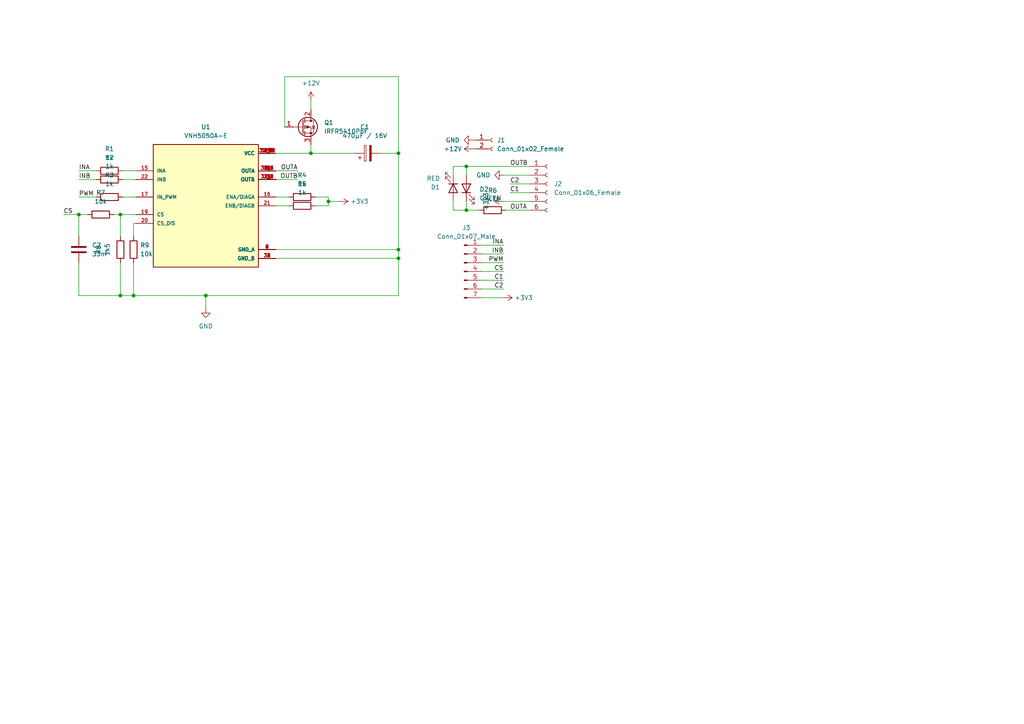
<source format=kicad_sch>
(kicad_sch (version 20211123) (generator eeschema)
  (paper "A4")
  (lib_symbols
    (symbol "Connector:Conn_01x02_Female" (pin_names (offset 1.016) hide)
      (property "Reference" "J" (at 0 2.54 0))
      (property "Value" "Conn_01x02_Female" (at 0 -5.08 0))
      (symbol "Conn_01x02_Female_1_1"
        (arc (start 0 -2.032) (mid -0.508 -2.54) (end 0 -3.048) (stroke (width 0.1524)))
        (polyline (pts (xy -1.27 -2.54) (xy -0.508 -2.54)) (stroke (width 0.1524)))
        (polyline (pts (xy -1.27 0) (xy -0.508 0)) (stroke (width 0.1524)))
        (arc (start 0 0.508) (mid -0.508 0) (end 0 -0.508) (stroke (width 0.1524)))
        (pin passive line (at -5.08 0 0) (length 3.81) (name "Pin_1") (number "1"))
        (pin passive line (at -5.08 -2.54 0) (length 3.81) (name "Pin_2") (number "2"))
      )
    )
    (symbol "Connector:Conn_01x06_Female" (pin_names (offset 1.016) hide)
      (property "Reference" "J" (at 0 7.62 0))
      (property "Value" "Conn_01x06_Female" (at 0 -10.16 0))
      (symbol "Conn_01x06_Female_1_1"
        (arc (start 0 -7.112) (mid -0.508 -7.62) (end 0 -8.128) (stroke (width 0.1524)))
        (arc (start 0 -4.572) (mid -0.508 -5.08) (end 0 -5.588) (stroke (width 0.1524)))
        (arc (start 0 -2.032) (mid -0.508 -2.54) (end 0 -3.048) (stroke (width 0.1524)))
        (polyline (pts (xy -1.27 -7.62) (xy -0.508 -7.62)) (stroke (width 0.1524)))
        (polyline (pts (xy -1.27 -5.08) (xy -0.508 -5.08)) (stroke (width 0.1524)))
        (polyline (pts (xy -1.27 -2.54) (xy -0.508 -2.54)) (stroke (width 0.1524)))
        (polyline (pts (xy -1.27 0) (xy -0.508 0)) (stroke (width 0.1524)))
        (polyline (pts (xy -1.27 2.54) (xy -0.508 2.54)) (stroke (width 0.1524)))
        (polyline (pts (xy -1.27 5.08) (xy -0.508 5.08)) (stroke (width 0.1524)))
        (arc (start 0 0.508) (mid -0.508 0) (end 0 -0.508) (stroke (width 0.1524)))
        (arc (start 0 3.048) (mid -0.508 2.54) (end 0 2.032) (stroke (width 0.1524)))
        (arc (start 0 5.588) (mid -0.508 5.08) (end 0 4.572) (stroke (width 0.1524)))
        (pin passive line (at -5.08 5.08 0) (length 3.81) (name "Pin_1") (number "1"))
        (pin passive line (at -5.08 2.54 0) (length 3.81) (name "Pin_2") (number "2"))
        (pin passive line (at -5.08 0 0) (length 3.81) (name "Pin_3") (number "3"))
        (pin passive line (at -5.08 -2.54 0) (length 3.81) (name "Pin_4") (number "4"))
        (pin passive line (at -5.08 -5.08 0) (length 3.81) (name "Pin_5") (number "5"))
        (pin passive line (at -5.08 -7.62 0) (length 3.81) (name "Pin_6") (number "6"))
      )
    )
    (symbol "Connector:Conn_01x07_Male" (pin_names (offset 1.016) hide)
      (property "Reference" "J" (at 0 10.16 0))
      (property "Value" "Conn_01x07_Male" (at 0 -10.16 0))
      (symbol "Conn_01x07_Male_1_1"
        (polyline (pts (xy 1.27 -7.62) (xy 0.8636 -7.62)) (stroke (width 0.1524)))
        (polyline (pts (xy 1.27 -5.08) (xy 0.8636 -5.08)) (stroke (width 0.1524)))
        (polyline (pts (xy 1.27 -2.54) (xy 0.8636 -2.54)) (stroke (width 0.1524)))
        (polyline (pts (xy 1.27 0) (xy 0.8636 0)) (stroke (width 0.1524)))
        (polyline (pts (xy 1.27 2.54) (xy 0.8636 2.54)) (stroke (width 0.1524)))
        (polyline (pts (xy 1.27 5.08) (xy 0.8636 5.08)) (stroke (width 0.1524)))
        (polyline (pts (xy 1.27 7.62) (xy 0.8636 7.62)) (stroke (width 0.1524)))
        (rectangle (start 0.8636 -7.493) (end 0 -7.747) (stroke (width 0.1524)) (fill (type outline)))
        (rectangle (start 0.8636 -4.953) (end 0 -5.207) (stroke (width 0.1524)) (fill (type outline)))
        (rectangle (start 0.8636 -2.413) (end 0 -2.667) (stroke (width 0.1524)) (fill (type outline)))
        (rectangle (start 0.8636 0.127) (end 0 -0.127) (stroke (width 0.1524)) (fill (type outline)))
        (rectangle (start 0.8636 2.667) (end 0 2.413) (stroke (width 0.1524)) (fill (type outline)))
        (rectangle (start 0.8636 5.207) (end 0 4.953) (stroke (width 0.1524)) (fill (type outline)))
        (rectangle (start 0.8636 7.747) (end 0 7.493) (stroke (width 0.1524)) (fill (type outline)))
        (pin passive line (at 5.08 7.62 180) (length 3.81) (name "Pin_1") (number "1"))
        (pin passive line (at 5.08 5.08 180) (length 3.81) (name "Pin_2") (number "2"))
        (pin passive line (at 5.08 2.54 180) (length 3.81) (name "Pin_3") (number "3"))
        (pin passive line (at 5.08 0 180) (length 3.81) (name "Pin_4") (number "4"))
        (pin passive line (at 5.08 -2.54 180) (length 3.81) (name "Pin_5") (number "5"))
        (pin passive line (at 5.08 -5.08 180) (length 3.81) (name "Pin_6") (number "6"))
        (pin passive line (at 5.08 -7.62 180) (length 3.81) (name "Pin_7") (number "7"))
      )
    )
    (symbol "Device:C" (pin_numbers hide) (pin_names (offset 0.254))
      (property "Reference" "C" (at 0.635 2.54 0))
      (property "Value" "C" (at 0.635 -2.54 0))
      (symbol "C_0_1"
        (polyline (pts (xy -2.032 -0.762) (xy 2.032 -0.762)) (stroke (width 0.508)))
        (polyline (pts (xy -2.032 0.762) (xy 2.032 0.762)) (stroke (width 0.508)))
      )
      (symbol "C_1_1"
        (pin passive line (at 0 3.81 270) (length 2.794) (name "~") (number "1"))
        (pin passive line (at 0 -3.81 90) (length 2.794) (name "~") (number "2"))
      )
    )
    (symbol "Device:C_Polarized" (pin_numbers hide) (pin_names (offset 0.254))
      (property "Reference" "C" (at 0.635 2.54 0))
      (property "Value" "C_Polarized" (at 0.635 -2.54 0))
      (symbol "C_Polarized_0_1"
        (rectangle (start -2.286 0.508) (end 2.286 1.016))
        (polyline (pts (xy -1.778 2.286) (xy -0.762 2.286)))
        (polyline (pts (xy -1.27 2.794) (xy -1.27 1.778)))
        (rectangle (start 2.286 -0.508) (end -2.286 -1.016) (fill (type outline)))
      )
      (symbol "C_Polarized_1_1"
        (pin passive line (at 0 3.81 270) (length 2.794) (name "~") (number "1"))
        (pin passive line (at 0 -3.81 90) (length 2.794) (name "~") (number "2"))
      )
    )
    (symbol "Device:LED" (pin_numbers hide) (pin_names (offset 1.016) hide)
      (property "Reference" "D" (at 0 2.54 0))
      (property "Value" "LED" (at 0 -2.54 0))
      (symbol "LED_0_1"
        (polyline (pts (xy -1.27 -1.27) (xy -1.27 1.27)) (stroke (width 0.254)))
        (polyline (pts (xy -1.27 0) (xy 1.27 0)))
        (polyline (pts (xy 1.27 -1.27) (xy 1.27 1.27) (xy -1.27 0) (xy 1.27 -1.27)) (stroke (width 0.254)))
        (polyline (pts (xy -3.048 -0.762) (xy -4.572 -2.286) (xy -3.81 -2.286) (xy -4.572 -2.286) (xy -4.572 -1.524)))
        (polyline (pts (xy -1.778 -0.762) (xy -3.302 -2.286) (xy -2.54 -2.286) (xy -3.302 -2.286) (xy -3.302 -1.524)))
      )
      (symbol "LED_1_1"
        (pin passive line (at -3.81 0 0) (length 2.54) (name "K") (number "1"))
        (pin passive line (at 3.81 0 180) (length 2.54) (name "A") (number "2"))
      )
    )
    (symbol "Device:Q_PMOS_GDS" (pin_names (offset 0) hide)
      (property "Reference" "Q" (at 5.08 1.27 0))
      (property "Value" "Q_PMOS_GDS" (at 5.08 -1.27 0))
      (symbol "Q_PMOS_GDS_0_1"
        (polyline (pts (xy 0.254 0) (xy -2.54 0)))
        (polyline (pts (xy 0.254 1.905) (xy 0.254 -1.905)) (stroke (width 0.254)))
        (polyline (pts (xy 0.762 -1.27) (xy 0.762 -2.286)) (stroke (width 0.254)))
        (polyline (pts (xy 0.762 0.508) (xy 0.762 -0.508)) (stroke (width 0.254)))
        (polyline (pts (xy 0.762 2.286) (xy 0.762 1.27)) (stroke (width 0.254)))
        (polyline (pts (xy 2.54 2.54) (xy 2.54 1.778)))
        (polyline (pts (xy 2.54 -2.54) (xy 2.54 0) (xy 0.762 0)))
        (polyline (pts (xy 0.762 1.778) (xy 3.302 1.778) (xy 3.302 -1.778) (xy 0.762 -1.778)))
        (polyline (pts (xy 2.286 0) (xy 1.27 0.381) (xy 1.27 -0.381) (xy 2.286 0)) (fill (type outline)))
        (polyline (pts (xy 2.794 -0.508) (xy 2.921 -0.381) (xy 3.683 -0.381) (xy 3.81 -0.254)))
        (polyline (pts (xy 3.302 -0.381) (xy 2.921 0.254) (xy 3.683 0.254) (xy 3.302 -0.381)))
        (circle (center 1.651 0) (radius 2.794) (stroke (width 0.254)))
        (circle (center 2.54 -1.778) (radius 0.254) (fill (type outline)))
        (circle (center 2.54 1.778) (radius 0.254) (fill (type outline)))
      )
      (symbol "Q_PMOS_GDS_1_1"
        (pin input line (at -5.08 0 0) (length 2.54) (name "G") (number "1"))
        (pin passive line (at 2.54 5.08 270) (length 2.54) (name "D") (number "2"))
        (pin passive line (at 2.54 -5.08 90) (length 2.54) (name "S") (number "3"))
      )
    )
    (symbol "Device:R" (pin_numbers hide) (pin_names (offset 0))
      (property "Reference" "R" (at 2.032 0 90))
      (property "Value" "R" (at 0 0 90))
      (symbol "R_0_1"
        (rectangle (start -1.016 -2.54) (end 1.016 2.54) (stroke (width 0.254)))
      )
      (symbol "R_1_1"
        (pin passive line (at 0 3.81 270) (length 1.27) (name "~") (number "1"))
        (pin passive line (at 0 -3.81 90) (length 1.27) (name "~") (number "2"))
      )
    )
    (symbol "VNH5050A-E:VNH5050A-E" (pin_names (offset 1.016))
      (property "Reference" "U" (at -15.24 17.78 0))
      (property "Value" "VNH5050A-E" (at -15.24 -20.32 0))
      (symbol "VNH5050A-E_0_0"
        (rectangle (start -15.24 -17.78) (end 15.24 17.78) (stroke (width 0.254)) (fill (type background)))
        (pin power_in line (at 20.32 -12.7 180) (length 5.08) (name "GND_A") (number "1"))
        (pin output line (at 20.32 10.16 180) (length 5.08) (name "OUTA") (number "10"))
        (pin output line (at 20.32 10.16 180) (length 5.08) (name "OUTA") (number "11"))
        (pin output line (at 20.32 10.16 180) (length 5.08) (name "OUTA") (number "12"))
        (pin power_in line (at 20.32 15.24 180) (length 5.08) (name "VCC") (number "13"))
        (pin output line (at 20.32 10.16 180) (length 5.08) (name "OUTA") (number "14"))
        (pin input line (at -20.32 10.16 0) (length 5.08) (name "INA") (number "15"))
        (pin output line (at 20.32 2.54 180) (length 5.08) (name "ENA/DIAGA") (number "16"))
        (pin input line (at -20.32 2.54 0) (length 5.08) (name "IN_PWM") (number "17"))
        (pin output line (at -20.32 -2.54 0) (length 5.08) (name "CS") (number "19"))
        (pin output line (at 20.32 10.16 180) (length 5.08) (name "OUTA") (number "2"))
        (pin input line (at -20.32 -5.08 0) (length 5.08) (name "CS_DIS") (number "20"))
        (pin output line (at 20.32 0 180) (length 5.08) (name "ENB/DIAGB") (number "21"))
        (pin input line (at -20.32 7.62 0) (length 5.08) (name "INB") (number "22"))
        (pin output line (at 20.32 7.62 180) (length 5.08) (name "OUTB") (number "23"))
        (pin power_in line (at 20.32 15.24 180) (length 5.08) (name "VCC") (number "24"))
        (pin output line (at 20.32 7.62 180) (length 5.08) (name "OUTB") (number "25"))
        (pin output line (at 20.32 7.62 180) (length 5.08) (name "OUTB") (number "26"))
        (pin output line (at 20.32 7.62 180) (length 5.08) (name "OUTB") (number "27"))
        (pin output line (at 20.32 7.62 180) (length 5.08) (name "OUTB") (number "28"))
        (pin output line (at 20.32 7.62 180) (length 5.08) (name "OUTB") (number "29"))
        (pin power_in line (at 20.32 -12.7 180) (length 5.08) (name "GND_A") (number "3"))
        (pin power_in line (at 20.32 -15.24 180) (length 5.08) (name "GND_B") (number "30"))
        (pin power_in line (at 20.32 -15.24 180) (length 5.08) (name "GND_B") (number "31"))
        (pin power_in line (at 20.32 -15.24 180) (length 5.08) (name "GND_B") (number "32"))
        (pin power_in line (at 20.32 -15.24 180) (length 5.08) (name "GND_B") (number "33"))
        (pin power_in line (at 20.32 -15.24 180) (length 5.08) (name "GND_B") (number "34"))
        (pin output line (at 20.32 7.62 180) (length 5.08) (name "OUTB") (number "35"))
        (pin power_in line (at 20.32 -15.24 180) (length 5.08) (name "GND_B") (number "36"))
        (pin output line (at 20.32 7.62 180) (length 5.08) (name "OUTB") (number "37"))
        (pin output line (at 20.32 7.62 180) (length 5.08) (name "OUTB") (number "37_1"))
        (pin output line (at 20.32 7.62 180) (length 5.08) (name "OUTB") (number "37_2"))
        (pin output line (at 20.32 7.62 180) (length 5.08) (name "OUTB") (number "37_3"))
        (pin output line (at 20.32 7.62 180) (length 5.08) (name "OUTB") (number "37_4"))
        (pin output line (at 20.32 7.62 180) (length 5.08) (name "OUTB") (number "37_5"))
        (pin output line (at 20.32 7.62 180) (length 5.08) (name "OUTB") (number "37_6"))
        (pin output line (at 20.32 10.16 180) (length 5.08) (name "OUTA") (number "38"))
        (pin output line (at 20.32 10.16 180) (length 5.08) (name "OUTA") (number "38_1"))
        (pin output line (at 20.32 10.16 180) (length 5.08) (name "OUTA") (number "38_2"))
        (pin output line (at 20.32 10.16 180) (length 5.08) (name "OUTA") (number "38_3"))
        (pin output line (at 20.32 10.16 180) (length 5.08) (name "OUTA") (number "38_4"))
        (pin output line (at 20.32 10.16 180) (length 5.08) (name "OUTA") (number "38_5"))
        (pin output line (at 20.32 10.16 180) (length 5.08) (name "OUTA") (number "38_6"))
        (pin power_in line (at 20.32 15.24 180) (length 5.08) (name "VCC") (number "39"))
        (pin power_in line (at 20.32 15.24 180) (length 5.08) (name "VCC") (number "39_1"))
        (pin power_in line (at 20.32 15.24 180) (length 5.08) (name "VCC") (number "39_10"))
        (pin power_in line (at 20.32 15.24 180) (length 5.08) (name "VCC") (number "39_11"))
        (pin power_in line (at 20.32 15.24 180) (length 5.08) (name "VCC") (number "39_12"))
        (pin power_in line (at 20.32 15.24 180) (length 5.08) (name "VCC") (number "39_2"))
        (pin power_in line (at 20.32 15.24 180) (length 5.08) (name "VCC") (number "39_3"))
        (pin power_in line (at 20.32 15.24 180) (length 5.08) (name "VCC") (number "39_4"))
        (pin power_in line (at 20.32 15.24 180) (length 5.08) (name "VCC") (number "39_5"))
        (pin power_in line (at 20.32 15.24 180) (length 5.08) (name "VCC") (number "39_6"))
        (pin power_in line (at 20.32 15.24 180) (length 5.08) (name "VCC") (number "39_7"))
        (pin power_in line (at 20.32 15.24 180) (length 5.08) (name "VCC") (number "39_8"))
        (pin power_in line (at 20.32 15.24 180) (length 5.08) (name "VCC") (number "39_9"))
        (pin power_in line (at 20.32 -12.7 180) (length 5.08) (name "GND_A") (number "4"))
        (pin power_in line (at 20.32 -12.7 180) (length 5.08) (name "GND_A") (number "5"))
        (pin power_in line (at 20.32 -12.7 180) (length 5.08) (name "GND_A") (number "6"))
        (pin power_in line (at 20.32 -12.7 180) (length 5.08) (name "GND_A") (number "7"))
        (pin output line (at 20.32 10.16 180) (length 5.08) (name "OUTA") (number "8"))
        (pin output line (at 20.32 10.16 180) (length 5.08) (name "OUTA") (number "9"))
      )
    )
    (symbol "power:+12V" (power) (pin_names (offset 0))
      (property "Value" "+12V" (at 0 3.556 0))
      (symbol "+12V_0_1"
        (polyline (pts (xy -0.762 1.27) (xy 0 2.54)))
        (polyline (pts (xy 0 0) (xy 0 2.54)))
        (polyline (pts (xy 0 2.54) (xy 0.762 1.27)))
      )
      (symbol "+12V_1_1"
        (pin power_in line (at 0 0 90) (length 0) hide (name "+12V") (number "1"))
      )
    )
    (symbol "power:+3V3" (power) (pin_names (offset 0))
      (property "Value" "+3V3" (at 0 3.556 0))
      (symbol "+3V3_0_1"
        (polyline (pts (xy -0.762 1.27) (xy 0 2.54)))
        (polyline (pts (xy 0 0) (xy 0 2.54)))
        (polyline (pts (xy 0 2.54) (xy 0.762 1.27)))
      )
      (symbol "+3V3_1_1"
        (pin power_in line (at 0 0 90) (length 0) hide (name "+3V3") (number "1"))
      )
    )
    (symbol "power:GND" (power) (pin_names (offset 0))
      (property "Value" "GND" (at 0 -3.81 0))
      (symbol "GND_0_1"
        (polyline (pts (xy 0 0) (xy 0 -1.27) (xy 1.27 -1.27) (xy 0 -2.54) (xy -1.27 -1.27) (xy 0 -1.27)))
      )
      (symbol "GND_1_1"
        (pin power_in line (at 0 0 270) (length 0) hide (name "GND") (number "1"))
      )
    )
  )
  (junction (at 22.86 62.23))
  (junction (at 115.57 72.39))
  (junction (at 115.57 44.45))
  (junction (at 90.17 44.45))
  (junction (at 115.57 74.93))
  (junction (at 135.255 60.96))
  (junction (at 135.255 48.26))
  (junction (at 95.25 58.42))
  (junction (at 38.735 85.725))
  (junction (at 59.69 85.725))
  (junction (at 34.925 62.23))
  (junction (at 34.925 85.725))
  (wire (pts (xy 115.57 44.45) (xy 115.57 72.39)))
  (wire (pts (xy 137.16 43.18) (xy 137.795 43.18)))
  (wire (pts (xy 135.255 58.42) (xy 135.255 60.96)))
  (wire (pts (xy 25.4 62.23) (xy 22.86 62.23)))
  (wire (pts (xy 115.57 72.39) (xy 115.57 74.93)))
  (wire (pts (xy 153.67 55.88) (xy 147.955 55.88)))
  (wire (pts (xy 18.415 62.23) (xy 22.86 62.23)))
  (wire (pts (xy 115.57 22.225) (xy 115.57 44.45)))
  (wire (pts (xy 90.17 44.45) (xy 102.87 44.45)))
  (wire (pts (xy 91.44 57.15) (xy 95.25 57.15)))
  (wire (pts (xy 131.445 48.26) (xy 135.255 48.26)))
  (wire (pts (xy 95.25 58.42) (xy 95.25 59.69)))
  (wire (pts (xy 80.01 57.15) (xy 83.82 57.15)))
  (wire (pts (xy 59.69 85.725) (xy 115.57 85.725)))
  (wire (pts (xy 135.255 48.26) (xy 135.255 50.8)))
  (wire (pts (xy 80.01 72.39) (xy 115.57 72.39)))
  (wire (pts (xy 139.7 86.36) (xy 146.05 86.36)))
  (wire (pts (xy 110.49 44.45) (xy 115.57 44.45)))
  (wire (pts (xy 35.56 57.15) (xy 39.37 57.15)))
  (wire (pts (xy 35.56 49.53) (xy 39.37 49.53)))
  (wire (pts (xy 139.7 76.2) (xy 146.05 76.2)))
  (wire (pts (xy 82.55 22.225) (xy 115.57 22.225)))
  (wire (pts (xy 80.01 59.69) (xy 83.82 59.69)))
  (wire (pts (xy 95.25 58.42) (xy 98.425 58.42)))
  (wire (pts (xy 34.925 62.23) (xy 34.925 68.58)))
  (wire (pts (xy 131.445 48.26) (xy 131.445 50.8)))
  (wire (pts (xy 82.55 22.225) (xy 82.55 36.83)))
  (wire (pts (xy 137.16 40.64) (xy 137.795 40.64)))
  (wire (pts (xy 38.735 64.77) (xy 38.735 68.58)))
  (wire (pts (xy 80.01 49.53) (xy 86.36 49.53)))
  (wire (pts (xy 91.44 59.69) (xy 95.25 59.69)))
  (wire (pts (xy 34.925 76.2) (xy 34.925 85.725)))
  (wire (pts (xy 90.17 41.91) (xy 90.17 44.45)))
  (wire (pts (xy 80.01 52.07) (xy 86.36 52.07)))
  (wire (pts (xy 22.86 52.07) (xy 27.94 52.07)))
  (wire (pts (xy 139.7 71.12) (xy 146.05 71.12)))
  (wire (pts (xy 39.37 64.77) (xy 38.735 64.77)))
  (wire (pts (xy 131.445 60.96) (xy 131.445 58.42)))
  (wire (pts (xy 38.735 76.2) (xy 38.735 85.725)))
  (wire (pts (xy 146.05 50.8) (xy 153.67 50.8)))
  (wire (pts (xy 135.255 48.26) (xy 153.67 48.26)))
  (wire (pts (xy 95.25 57.15) (xy 95.25 58.42)))
  (wire (pts (xy 153.67 53.34) (xy 147.955 53.34)))
  (wire (pts (xy 146.685 60.96) (xy 153.67 60.96)))
  (wire (pts (xy 38.735 85.725) (xy 59.69 85.725)))
  (wire (pts (xy 139.7 83.82) (xy 146.05 83.82)))
  (wire (pts (xy 139.7 78.74) (xy 146.05 78.74)))
  (wire (pts (xy 34.925 85.725) (xy 38.735 85.725)))
  (wire (pts (xy 80.01 44.45) (xy 90.17 44.45)))
  (wire (pts (xy 131.445 60.96) (xy 135.255 60.96)))
  (wire (pts (xy 135.255 60.96) (xy 139.065 60.96)))
  (wire (pts (xy 34.925 62.23) (xy 33.02 62.23)))
  (wire (pts (xy 22.86 85.725) (xy 34.925 85.725)))
  (wire (pts (xy 80.01 74.93) (xy 115.57 74.93)))
  (wire (pts (xy 22.86 76.2) (xy 22.86 85.725)))
  (wire (pts (xy 22.86 49.53) (xy 27.94 49.53)))
  (wire (pts (xy 139.7 73.66) (xy 146.05 73.66)))
  (wire (pts (xy 146.05 58.42) (xy 153.67 58.42)))
  (wire (pts (xy 139.7 81.28) (xy 146.05 81.28)))
  (wire (pts (xy 35.56 52.07) (xy 39.37 52.07)))
  (wire (pts (xy 22.86 62.23) (xy 22.86 68.58)))
  (wire (pts (xy 22.86 57.15) (xy 27.94 57.15)))
  (wire (pts (xy 115.57 85.725) (xy 115.57 74.93)))
  (wire (pts (xy 90.17 29.21) (xy 90.17 31.75)))
  (wire (pts (xy 59.69 85.725) (xy 59.69 89.535)))
  (wire (pts (xy 39.37 62.23) (xy 34.925 62.23)))
  (label "INB" (at 22.86 52.07 0))
  (label "PWM" (at 22.86 57.15 0))
  (label "OUTB" (at 147.955 48.26 0))
  (label "OUTA" (at 147.955 60.96 0))
  (label "INA" (at 22.86 49.53 0))
  (label "INB" (at 146.05 73.66 180))
  (label "C1" (at 146.05 81.28 180))
  (label "PWM" (at 146.05 76.2 180))
  (label "CS" (at 18.415 62.23 0))
  (label "INA" (at 146.05 71.12 180))
  (label "OUTA" (at 86.36 49.53 180))
  (label "C2" (at 146.05 83.82 180))
  (label "C1" (at 147.955 55.88 0))
  (label "CS" (at 146.05 78.74 180))
  (label "OUTB" (at 86.36 52.07 180))
  (label "C2" (at 147.955 53.34 0))
  (symbol (lib_id "Device:LED") (at 135.255 54.61 90) (unit 1)
    (property "Reference" "D2" (at 139.065 54.9274 90) (effects (justify right)))
    (property "Value" "GREEN" (at 139.065 57.4674 90) (effects (justify right)))
    (property "Footprint" "Diode_SMD:D_0603_1608Metric" (effects hide))
  )
  (symbol (lib_id "Device:R") (at 31.75 49.53 90) (unit 1)
    (property "Reference" "R1" (at 31.75 43.18 90))
    (property "Value" "1k" (at 31.75 45.72 90))
    (property "Footprint" "Resistor_SMD:R_0603_1608Metric" (effects hide))
  )
  (symbol (lib_id "Device:R") (at 87.63 57.15 90) (unit 1)
    (property "Reference" "R4" (at 87.63 50.8 90))
    (property "Value" "1k" (at 87.63 53.34 90))
    (property "Footprint" "Resistor_SMD:R_0603_1608Metric" (effects hide))
  )
  (symbol (lib_id "Connector:Conn_01x06_Female") (at 158.75 53.34 0) (unit 1)
    (property "Reference" "J2" (at 160.655 53.3399 0) (effects (justify left)))
    (property "Value" "Conn_01x06_Female" (at 160.655 55.8799 0) (effects (justify left)))
    (property "Footprint" "Connector_JST:JST_PH_S6B-PH-K_1x06_P2.00mm_Horizontal" (effects hide))
  )
  (symbol (lib_id "Connector:Conn_01x02_Female") (at 142.875 40.64 0) (unit 1)
    (property "Reference" "J1" (at 144.145 40.6399 0) (effects (justify left)))
    (property "Value" "Conn_01x02_Female" (at 144.145 43.1799 0) (effects (justify left)))
    (property "Footprint" "Connector_AMASS:AMASS_XT30UPB-F_1x02_P5.0mm_Vertical" (effects hide))
  )
  (symbol (lib_id "Device:Q_PMOS_GDS") (at 87.63 36.83 0) (unit 1)
    (property "Reference" "Q1" (at 93.98 35.5599 0) (effects (justify left)))
    (property "Value" "IRFR5410PbF" (at 93.98 38.0999 0) (effects (justify left)))
    (property "Footprint" "Package_TO_SOT_SMD:TO-252-2" (effects hide))
  )
  (symbol (lib_id "Device:R") (at 34.925 72.39 180) (unit 1)
    (property "Reference" "R8" (at 28.575 72.39 90))
    (property "Value" "1k5" (at 31.115 72.39 90))
    (property "Footprint" "Resistor_SMD:R_0603_1608Metric" (effects hide))
  )
  (symbol (lib_id "power:+3V3") (at 146.05 58.42 90) (unit 1)
    (property "Reference" "#PWR06" (effects hide))
    (property "Value" "+3V3" (at 140.97 58.42 0))
  )
  (symbol (lib_id "VNH5050A-E:VNH5050A-E") (at 59.69 59.69 0) (unit 1)
    (property "Reference" "U1" (at 59.69 36.83 0))
    (property "Value" "VNH5050A-E" (at 59.69 39.37 0))
    (property "Footprint" "VNH5050A-E:SOP50P1030X247-39N" (effects hide))
    (property "L_MAX" "1.0" (effects hide))
    (property "L_NOM" "0.8" (effects hide))
    (property "E_MAX" "10.5" (effects hide))
    (property "L_MIN" "0.6" (effects hide))
    (property "E1_MAX" "7.6" (effects hide))
    (property "A_MIN" "2.47" (effects hide))
    (property "PIN_COUNT" "36.0" (effects hide))
    (property "A1_MIN" "0.0" (effects hide))
    (property "E2_MAX" "0.0" (effects hide))
    (property "E1_MIN" "7.4" (effects hide))
    (property "STANDARD" "IPC 7351B" (effects hide))
    (property "PARTREV" "1.0" (effects hide))
    (property "B_NOM" "0.27" (effects hide))
    (property "B_MAX" "0.36" (effects hide))
    (property "MANUFACTURER" "ST Microelectronics" (effects hide))
    (property "E_NOM" "10.3" (effects hide))
    (property "E_MIN" "10.1" (effects hide))
    (property "D2_MAX" "0.0" (effects hide))
    (property "D_MIN" "10.1" (effects hide))
    (property "B_MIN" "0.18" (effects hide))
    (property "A_MAX" "2.47" (effects hide))
    (property "ENOM" "0.5" (effects hide))
    (property "D_NOM" "10.3" (effects hide))
    (property "E1_NOM" "7.5" (effects hide))
    (property "A_NOM" "2.47" (effects hide))
    (property "D_MAX" "10.5" (effects hide))
  )
  (symbol (lib_id "Device:R") (at 31.75 52.07 90) (unit 1)
    (property "Reference" "R2" (at 31.75 45.72 90))
    (property "Value" "1k" (at 31.75 48.26 90))
    (property "Footprint" "Resistor_SMD:R_0603_1608Metric" (effects hide))
  )
  (symbol (lib_id "power:GND") (at 137.16 40.64 270) (unit 1)
    (property "Reference" "#PWR01" (effects hide))
    (property "Value" "GND" (at 133.35 40.6399 90) (effects (justify right)))
  )
  (symbol (lib_id "Connector:Conn_01x07_Male") (at 134.62 78.74 0) (unit 1)
    (property "Reference" "J3" (at 135.255 66.04 0))
    (property "Value" "Conn_01x07_Male" (at 135.255 68.58 0))
    (property "Footprint" "Connectors:1X07_LOCK" (effects hide))
  )
  (symbol (lib_id "Device:R") (at 29.21 62.23 90) (unit 1)
    (property "Reference" "R7" (at 29.21 55.88 90))
    (property "Value" "10k" (at 29.21 58.42 90))
    (property "Footprint" "Resistor_SMD:R_0603_1608Metric" (effects hide))
  )
  (symbol (lib_id "power:+12V") (at 90.17 29.21 0) (unit 1)
    (property "Reference" "#PWR02" (effects hide))
    (property "Value" "+12V" (at 90.17 24.13 0))
  )
  (symbol (lib_id "Device:R") (at 142.875 60.96 90) (unit 1)
    (property "Reference" "R6" (at 142.875 55.245 90))
    (property "Value" "4.7k" (at 142.875 57.785 90))
    (property "Footprint" "Resistor_SMD:R_0603_1608Metric" (effects hide))
  )
  (symbol (lib_id "power:+3V3") (at 146.05 86.36 270) (unit 1)
    (property "Reference" "#PWR08" (effects hide))
    (property "Value" "+3V3" (at 149.225 86.3599 90) (effects (justify left)))
  )
  (symbol (lib_id "Device:R") (at 31.75 57.15 90) (unit 1)
    (property "Reference" "R3" (at 31.75 50.8 90))
    (property "Value" "1k" (at 31.75 53.34 90))
    (property "Footprint" "Resistor_SMD:R_0603_1608Metric" (effects hide))
  )
  (symbol (lib_id "power:GND") (at 59.69 89.535 0) (unit 1)
    (property "Reference" "#PWR07" (effects hide))
    (property "Value" "GND" (at 59.69 94.615 0))
  )
  (symbol (lib_id "Device:R") (at 38.735 72.39 0) (unit 1)
    (property "Reference" "R9" (at 40.64 71.1199 0) (effects (justify left)))
    (property "Value" "10k" (at 40.64 73.6599 0) (effects (justify left)))
    (property "Footprint" "Resistor_SMD:R_0603_1608Metric" (effects hide))
  )
  (symbol (lib_id "Device:C_Polarized") (at 106.68 44.45 90) (unit 1)
    (property "Reference" "C1" (at 105.791 36.83 90))
    (property "Value" "470µF / 16V" (at 105.791 39.37 90))
    (property "Footprint" "Capacitor_SMD:CP_Elec_8x10.5" (effects hide))
  )
  (symbol (lib_id "Device:R") (at 87.63 59.69 90) (unit 1)
    (property "Reference" "R5" (at 87.63 53.34 90))
    (property "Value" "1k" (at 87.63 55.88 90))
    (property "Footprint" "Resistor_SMD:R_0603_1608Metric" (effects hide))
  )
  (symbol (lib_id "power:+12V") (at 137.16 43.18 90) (unit 1)
    (property "Reference" "#PWR03" (effects hide))
    (property "Value" "+12V" (at 133.985 43.1799 90) (effects (justify left)))
  )
  (symbol (lib_id "power:+3V3") (at 98.425 58.42 270) (unit 1)
    (property "Reference" "#PWR05" (effects hide))
    (property "Value" "+3V3" (at 101.6 58.4199 90) (effects (justify left)))
  )
  (symbol (lib_id "Device:C") (at 22.86 72.39 0) (unit 1)
    (property "Reference" "C2" (at 26.67 71.1199 0) (effects (justify left)))
    (property "Value" "33nF" (at 26.67 73.6599 0) (effects (justify left)))
    (property "Footprint" "Capacitor_SMD:C_0603_1608Metric" (effects hide))
  )
  (symbol (lib_id "Device:LED") (at 131.445 54.61 270) (unit 1)
    (property "Reference" "D1" (at 127.635 54.2926 90) (effects (justify right)))
    (property "Value" "RED" (at 127.635 51.7526 90) (effects (justify right)))
    (property "Footprint" "Diode_SMD:D_0603_1608Metric" (effects hide))
  )
  (symbol (lib_id "power:GND") (at 146.05 50.8 270) (unit 1)
    (property "Reference" "#PWR04" (effects hide))
    (property "Value" "GND" (at 142.24 50.8001 90) (effects (justify right)))
  )
)
</source>
